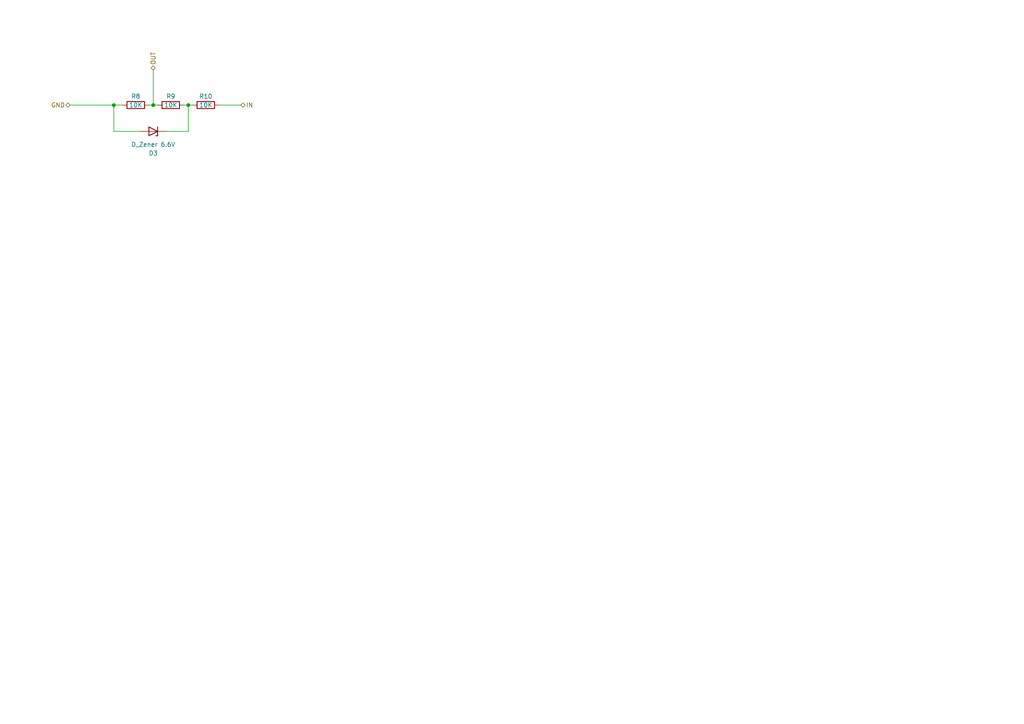
<source format=kicad_sch>
(kicad_sch (version 20230121) (generator eeschema)
  (paper "A4")
  (lib_symbols
    (symbol "Modular Shield:D_Zener" (pin_numbers hide) (pin_names (offset 1.016) hide)
      (property "Reference" "D" (at 0 2.54 0))
      (property "Value" "D_Zener" (at 0 -2.54 0))
      (symbol "D_Zener_0_1"
        (polyline (pts (xy 1.27 0) (xy -1.27 0)))
        (polyline (pts (xy -1.27 -1.27) (xy -1.27 1.27) (xy -0.762 1.27)) (stroke (width 0.254)))
        (polyline (pts (xy 1.27 -1.27) (xy 1.27 1.27) (xy -1.27 0) (xy 1.27 -1.27)) (stroke (width 0.254)))
      )
      (symbol "D_Zener_1_1"
        (pin passive line (at -3.81 0 0) (length 2.54) (name "K") (number "1"))
        (pin passive line (at 3.81 0 180) (length 2.54) (name "A") (number "2"))
      )
    )
    (symbol "Modular Shield:R" (pin_numbers hide) (pin_names (offset 0))
      (property "Reference" "R" (at 2.032 0 90))
      (property "Value" "R" (at 0 0 90))
      (symbol "R_0_1"
        (rectangle (start -1.016 -2.54) (end 1.016 2.54) (stroke (width 0.254)))
      )
      (symbol "R_1_1"
        (pin passive line (at 0 3.81 270) (length 1.27) (name "~") (number "1"))
        (pin passive line (at 0 -3.81 90) (length 1.27) (name "~") (number "2"))
      )
    )
  )
  (junction (at 33.02 30.48))
  (junction (at 54.61 30.48))
  (junction (at 44.45 30.48))
  (wire (pts (xy 43.18 30.48) (xy 44.45 30.48)))
  (wire (pts (xy 33.02 30.48) (xy 35.56 30.48)))
  (wire (pts (xy 54.61 38.1) (xy 54.61 30.48)))
  (wire (pts (xy 54.61 30.48) (xy 53.34 30.48)))
  (wire (pts (xy 33.02 38.1) (xy 33.02 30.48)))
  (wire (pts (xy 44.45 30.48) (xy 45.72 30.48)))
  (wire (pts (xy 55.88 30.48) (xy 54.61 30.48)))
  (wire (pts (xy 20.32 30.48) (xy 33.02 30.48)))
  (wire (pts (xy 40.64 38.1) (xy 33.02 38.1)))
  (wire (pts (xy 44.45 20.32) (xy 44.45 30.48)))
  (wire (pts (xy 48.26 38.1) (xy 54.61 38.1)))
  (wire (pts (xy 63.5 30.48) (xy 69.85 30.48)))
  (hierarchical_label "OUT" (shape bidirectional) (at 44.45 20.32 90))
  (hierarchical_label "IN" (shape bidirectional) (at 69.85 30.48 0))
  (hierarchical_label "GND" (shape bidirectional) (at 20.32 30.48 180))
  (symbol (lib_id "Modular Shield:R") (at 49.53 30.48 270) (unit 1)
    (property "Reference" "R9" (at 49.53 27.94 90))
    (property "Value" "10K" (at 49.53 30.48 90))
    (property "Footprint" "Modular Shield:R_0603_1608Metric" (effects hide))
    (property "LCSC" "C25804" (effects hide))
    (instances (project "Raspberry_modular" (path "" (reference "R9") (unit 1)) (path "" (reference "R15") (unit 1)) (path "" (reference "R21") (unit 1)) (path "" (reference "R27") (unit 1)) (path "" (reference "R33") (unit 1)) (path "" (reference "R39") (unit 1)) (path "" (reference "R45") (unit 1)) (path "" (reference "R2") (unit 1)) (path "" (reference "R6") (unit 1)) (path "" (reference "R18") (unit 1)) (path "" (reference "R30") (unit 1)) (path "" (reference "R42") (unit 1)) (path "" (reference "R12") (unit 1)) (path "" (reference "R36") (unit 1)) (path "" (reference "R24") (unit 1)) (path "" (reference "R48") (unit 1))))
  )
  (symbol (lib_id "Modular Shield:R") (at 59.69 30.48 270) (unit 1)
    (property "Reference" "R10" (at 59.69 27.94 90))
    (property "Value" "10K" (at 59.69 30.48 90))
    (property "Footprint" "Modular Shield:R_0603_1608Metric" (effects hide))
    (property "LCSC" "C25804" (effects hide))
    (instances (project "Raspberry_modular" (path "" (reference "R10") (unit 1)) (path "" (reference "R16") (unit 1)) (path "" (reference "R22") (unit 1)) (path "" (reference "R28") (unit 1)) (path "" (reference "R34") (unit 1)) (path "" (reference "R40") (unit 1)) (path "" (reference "R46") (unit 1)) (path "" (reference "R3") (unit 1)) (path "" (reference "R7") (unit 1)) (path "" (reference "R19") (unit 1)) (path "" (reference "R31") (unit 1)) (path "" (reference "R43") (unit 1)) (path "" (reference "R13") (unit 1)) (path "" (reference "R37") (unit 1)) (path "" (reference "R25") (unit 1)) (path "" (reference "R49") (unit 1))))
  )
  (symbol (lib_id "Modular Shield:R") (at 39.37 30.48 270) (unit 1)
    (property "Reference" "R8" (at 39.37 27.94 90))
    (property "Value" "10K" (at 39.37 30.48 90))
    (property "Footprint" "Modular Shield:R_0603_1608Metric" (effects hide))
    (property "LCSC" "C25804" (effects hide))
    (instances (project "Raspberry_modular" (path "" (reference "R8") (unit 1)) (path "" (reference "R14") (unit 1)) (path "" (reference "R20") (unit 1)) (path "" (reference "R26") (unit 1)) (path "" (reference "R32") (unit 1)) (path "" (reference "R38") (unit 1)) (path "" (reference "R44") (unit 1)) (path "" (reference "R1") (unit 1)) (path "" (reference "R5") (unit 1)) (path "" (reference "R17") (unit 1)) (path "" (reference "R29") (unit 1)) (path "" (reference "R41") (unit 1)) (path "" (reference "R11") (unit 1)) (path "" (reference "R35") (unit 1)) (path "" (reference "R23") (unit 1)) (path "" (reference "R47") (unit 1))))
  )
  (symbol (lib_id "Modular Shield:D_Zener") (at 44.45 38.1 180) (unit 1)
    (property "Reference" "D3" (at 44.45 44.45 0))
    (property "Value" "D_Zener 6.6V" (at 44.45 41.91 0))
    (property "Footprint" "Modular Shield:D_0603_1608Metric" (effects hide))
    (property "LCSC" "C894569" (effects hide))
    (instances (project "Raspberry_modular" (path "" (reference "D3") (unit 1)) (path "" (reference "D5") (unit 1)) (path "" (reference "D7") (unit 1)) (path "" (reference "D9") (unit 1)) (path "" (reference "D11") (unit 1)) (path "" (reference "D13") (unit 1)) (path "" (reference "D15") (unit 1)) (path "" (reference "D1") (unit 1)) (path "" (reference "D2") (unit 1)) (path "" (reference "D6") (unit 1)) (path "" (reference "D10") (unit 1)) (path "" (reference "D14") (unit 1)) (path "" (reference "D4") (unit 1)) (path "" (reference "D12") (unit 1)) (path "" (reference "D8") (unit 1)) (path "" (reference "D16") (unit 1))))
  )
)
</source>
